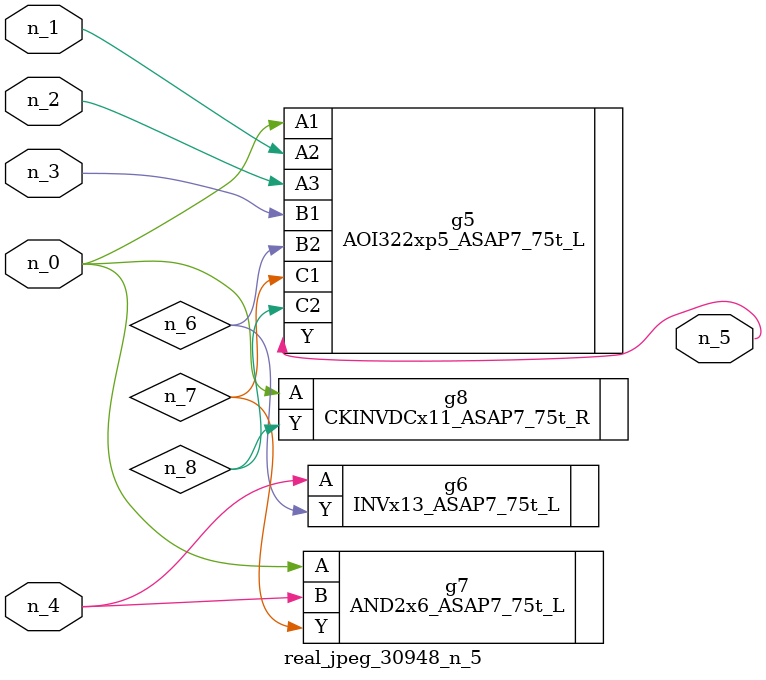
<source format=v>
module real_jpeg_30948_n_5 (n_4, n_0, n_1, n_2, n_3, n_5);

input n_4;
input n_0;
input n_1;
input n_2;
input n_3;

output n_5;

wire n_8;
wire n_6;
wire n_7;

AOI322xp5_ASAP7_75t_L g5 ( 
.A1(n_0),
.A2(n_1),
.A3(n_2),
.B1(n_3),
.B2(n_6),
.C1(n_7),
.C2(n_8),
.Y(n_5)
);

AND2x6_ASAP7_75t_L g7 ( 
.A(n_0),
.B(n_4),
.Y(n_7)
);

CKINVDCx11_ASAP7_75t_R g8 ( 
.A(n_0),
.Y(n_8)
);

INVx13_ASAP7_75t_L g6 ( 
.A(n_4),
.Y(n_6)
);


endmodule
</source>
